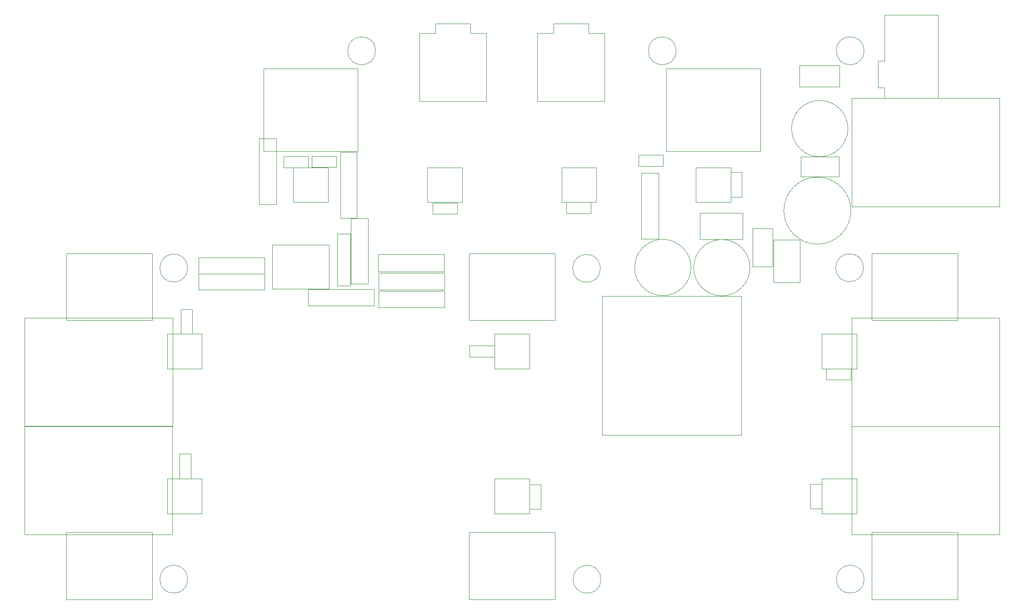
<source format=gbr>
%TF.GenerationSoftware,KiCad,Pcbnew,7.0.1.1-36-gbcf78dbe24-dirty-deb11*%
%TF.CreationDate,2023-04-04T15:18:31+00:00*%
%TF.ProjectId,pedalboard-hw,70656461-6c62-46f6-9172-642d68772e6b,1.0.2*%
%TF.SameCoordinates,Original*%
%TF.FileFunction,Other,User*%
%FSLAX46Y46*%
G04 Gerber Fmt 4.6, Leading zero omitted, Abs format (unit mm)*
G04 Created by KiCad (PCBNEW 7.0.1.1-36-gbcf78dbe24-dirty-deb11) date 2023-04-04 15:18:31*
%MOMM*%
%LPD*%
G01*
G04 APERTURE LIST*
%ADD10C,0.050000*%
G04 APERTURE END LIST*
D10*
%TO.C,H1*%
X170620000Y-121500000D02*
G75*
G03*
X170620000Y-121500000I-2600000J0D01*
G01*
%TO.C,C5*%
X147850000Y-45650000D02*
X145750000Y-45650000D01*
X145750000Y-45650000D02*
X145750000Y-50250000D01*
X147850000Y-50250000D02*
X147850000Y-45650000D01*
X145750000Y-50250000D02*
X147850000Y-50250000D01*
%TO.C,J16*%
X122250000Y-32450000D02*
X122250000Y-19750000D01*
X122250000Y-19750000D02*
X119250000Y-19750000D01*
X119250000Y-19750000D02*
X119250000Y-17950000D01*
X119250000Y-17950000D02*
X112750000Y-17950000D01*
X112750000Y-19750000D02*
X109750000Y-19750000D01*
X112750000Y-17950000D02*
X112750000Y-19750000D01*
X109750000Y-32450000D02*
X122250000Y-32450000D01*
X109750000Y-20000000D02*
X109750000Y-32450000D01*
X109750000Y-19750000D02*
X109750000Y-20000000D01*
%TO.C,H7*%
X135600000Y-23000000D02*
G75*
G03*
X135600000Y-23000000I-2600000J0D01*
G01*
%TO.C,J12*%
X41730000Y-92970000D02*
X41730000Y-113200000D01*
X41730000Y-92970000D02*
X14200000Y-92970000D01*
X14200000Y-113200000D02*
X41730000Y-113200000D01*
X14200000Y-92970000D02*
X14200000Y-113200000D01*
%TO.C,C16*%
X158850000Y-42750000D02*
X158850000Y-46450000D01*
X158850000Y-46450000D02*
X165950000Y-46450000D01*
X165950000Y-42750000D02*
X158850000Y-42750000D01*
X165950000Y-46450000D02*
X165950000Y-42750000D01*
%TO.C,J13*%
X184400000Y-31800000D02*
X184400000Y-16300000D01*
X184400000Y-16300000D02*
X174400000Y-16300000D01*
X174400000Y-31800000D02*
X184400000Y-31800000D01*
X174400000Y-29900000D02*
X174400000Y-31800000D01*
X174400000Y-16300000D02*
X174400000Y-24900000D01*
X173200000Y-29900000D02*
X174400000Y-29900000D01*
X173200000Y-29900000D02*
X173200000Y-24900000D01*
X173200000Y-24900000D02*
X174400000Y-24900000D01*
%TO.C,L5*%
X132300000Y-45770000D02*
X129100000Y-45770000D01*
X129100000Y-45770000D02*
X129100000Y-58030000D01*
X132300000Y-58030000D02*
X132300000Y-45770000D01*
X129100000Y-58030000D02*
X132300000Y-58030000D01*
%TO.C,D3*%
X114250000Y-44750000D02*
X114250000Y-51250000D01*
X114250000Y-51250000D02*
X120750000Y-51250000D01*
X120750000Y-44750000D02*
X114250000Y-44750000D01*
X120750000Y-51250000D02*
X120750000Y-44750000D01*
%TO.C,J11*%
X41765000Y-72770000D02*
X41765000Y-93000000D01*
X41765000Y-72770000D02*
X14235000Y-72770000D01*
X14235000Y-93000000D02*
X41765000Y-93000000D01*
X14235000Y-72770000D02*
X14235000Y-93000000D01*
%TO.C,PS1*%
X147750000Y-68730000D02*
X121850000Y-68730000D01*
X121850000Y-68730000D02*
X121850000Y-94630000D01*
X147750000Y-94630000D02*
X147750000Y-68730000D01*
X121850000Y-94630000D02*
X147750000Y-94630000D01*
%TO.C,J10*%
X168270000Y-113225000D02*
X168270000Y-92995000D01*
X168270000Y-113225000D02*
X195800000Y-113225000D01*
X195800000Y-92995000D02*
X168270000Y-92995000D01*
X195800000Y-113225000D02*
X195800000Y-92995000D01*
%TO.C,H5*%
X44600000Y-63500000D02*
G75*
G03*
X44600000Y-63500000I-2600000J0D01*
G01*
%TO.C,D4*%
X139250000Y-44750000D02*
X139250000Y-51250000D01*
X139250000Y-51250000D02*
X145750000Y-51250000D01*
X145750000Y-44750000D02*
X139250000Y-44750000D01*
X145750000Y-51250000D02*
X145750000Y-44750000D01*
%TO.C,C10*%
X110360000Y-103880000D02*
X108260000Y-103880000D01*
X108260000Y-103880000D02*
X108260000Y-108480000D01*
X110360000Y-108480000D02*
X110360000Y-103880000D01*
X108260000Y-108480000D02*
X110360000Y-108480000D01*
%TO.C,D7*%
X101750000Y-102750000D02*
X101750000Y-109250000D01*
X101750000Y-109250000D02*
X108250000Y-109250000D01*
X108250000Y-102750000D02*
X101750000Y-102750000D01*
X108250000Y-109250000D02*
X108250000Y-102750000D01*
%TO.C,H3*%
X121580000Y-121520000D02*
G75*
G03*
X121580000Y-121520000I-2600000J0D01*
G01*
%TO.C,C11*%
X160570000Y-108350000D02*
X162670000Y-108350000D01*
X162670000Y-108350000D02*
X162670000Y-103750000D01*
X160570000Y-103750000D02*
X160570000Y-108350000D01*
X162670000Y-103750000D02*
X160570000Y-103750000D01*
%TO.C,C9*%
X43105000Y-102750000D02*
X45205000Y-102750000D01*
X45205000Y-102750000D02*
X45205000Y-98150000D01*
X43105000Y-98150000D02*
X43105000Y-102750000D01*
X45205000Y-98150000D02*
X43105000Y-98150000D01*
%TO.C,SW2*%
X97000000Y-60750000D02*
X97000000Y-73250000D01*
X97000000Y-73250000D02*
X113000000Y-73250000D01*
X113000000Y-60750000D02*
X97000000Y-60750000D01*
X113000000Y-73250000D02*
X113000000Y-60750000D01*
%TO.C,D9*%
X40750000Y-75750000D02*
X40750000Y-82250000D01*
X40750000Y-82250000D02*
X47250000Y-82250000D01*
X47250000Y-75750000D02*
X40750000Y-75750000D01*
X47250000Y-82250000D02*
X47250000Y-75750000D01*
%TO.C,R5*%
X73075000Y-54155000D02*
X76075000Y-54155000D01*
X76075000Y-54155000D02*
X76075000Y-41895000D01*
X73075000Y-41895000D02*
X73075000Y-54155000D01*
X76075000Y-41895000D02*
X73075000Y-41895000D01*
%TO.C,U2*%
X70925000Y-67350000D02*
X70925000Y-59200000D01*
X70925000Y-59200000D02*
X60375000Y-59200000D01*
X60375000Y-67350000D02*
X70925000Y-67350000D01*
X60375000Y-59200000D02*
X60375000Y-67350000D01*
%TO.C,H6*%
X79600000Y-23000000D02*
G75*
G03*
X79600000Y-23000000I-2600000J0D01*
G01*
%TO.C,L6*%
X168150000Y-52800000D02*
G75*
G03*
X168150000Y-52800000I-6250000J0D01*
G01*
%TO.C,J3*%
X168285000Y-52030000D02*
X168285000Y-31800000D01*
X168285000Y-52030000D02*
X195815000Y-52030000D01*
X195815000Y-31800000D02*
X168285000Y-31800000D01*
X195815000Y-52030000D02*
X195815000Y-31800000D01*
%TO.C,C1*%
X62425000Y-42650000D02*
X62425000Y-44750000D01*
X62425000Y-44750000D02*
X67025000Y-44750000D01*
X67025000Y-42650000D02*
X62425000Y-42650000D01*
X67025000Y-44750000D02*
X67025000Y-42650000D01*
%TO.C,D2*%
X89250000Y-44750000D02*
X89250000Y-51250000D01*
X89250000Y-51250000D02*
X95750000Y-51250000D01*
X95750000Y-44750000D02*
X89250000Y-44750000D01*
X95750000Y-51250000D02*
X95750000Y-44750000D01*
%TO.C,SW7*%
X58750000Y-26300000D02*
X58750000Y-41700000D01*
X58750000Y-26300000D02*
X76250000Y-26300000D01*
X76250000Y-41700000D02*
X58750000Y-41700000D01*
X76250000Y-41700000D02*
X76250000Y-26300000D01*
%TO.C,C2*%
X67700000Y-42625000D02*
X67700000Y-44725000D01*
X67700000Y-44725000D02*
X72300000Y-44725000D01*
X72300000Y-42625000D02*
X67700000Y-42625000D01*
X72300000Y-44725000D02*
X72300000Y-42625000D01*
%TO.C,C8*%
X163520000Y-82250000D02*
X163520000Y-84350000D01*
X163520000Y-84350000D02*
X168120000Y-84350000D01*
X168120000Y-82250000D02*
X163520000Y-82250000D01*
X168120000Y-84350000D02*
X168120000Y-82250000D01*
%TO.C,C14*%
X149350000Y-63432323D02*
G75*
G03*
X149350000Y-63432323I-5250000J0D01*
G01*
%TO.C,R1*%
X79330000Y-70480000D02*
X79330000Y-67480000D01*
X79330000Y-67480000D02*
X67070000Y-67480000D01*
X67070000Y-70480000D02*
X79330000Y-70480000D01*
X67070000Y-67480000D02*
X67070000Y-70480000D01*
%TO.C,H2*%
X170500000Y-63450000D02*
G75*
G03*
X170500000Y-63450000I-2600000J0D01*
G01*
%TO.C,C15*%
X138350000Y-63400000D02*
G75*
G03*
X138350000Y-63400000I-5250000J0D01*
G01*
%TO.C,D1*%
X64250000Y-44750000D02*
X64250000Y-51250000D01*
X64250000Y-51250000D02*
X70750000Y-51250000D01*
X70750000Y-44750000D02*
X64250000Y-44750000D01*
X70750000Y-51250000D02*
X70750000Y-44750000D01*
%TO.C,C3*%
X90200000Y-51350000D02*
X90200000Y-53450000D01*
X90200000Y-53450000D02*
X94800000Y-53450000D01*
X94800000Y-51350000D02*
X90200000Y-51350000D01*
X94800000Y-53450000D02*
X94800000Y-51350000D01*
%TO.C,H9*%
X44600000Y-121500000D02*
G75*
G03*
X44600000Y-121500000I-2600000J0D01*
G01*
%TO.C,J9*%
X168270000Y-93010000D02*
X168270000Y-72780000D01*
X168270000Y-93010000D02*
X195800000Y-93010000D01*
X195800000Y-72780000D02*
X168270000Y-72780000D01*
X195800000Y-93010000D02*
X195800000Y-72780000D01*
%TO.C,SW1*%
X22000000Y-60750000D02*
X22000000Y-73250000D01*
X22000000Y-73250000D02*
X38000000Y-73250000D01*
X38000000Y-60750000D02*
X22000000Y-60750000D01*
X38000000Y-73250000D02*
X38000000Y-60750000D01*
%TO.C,C12*%
X128600000Y-42420000D02*
X128600000Y-44520000D01*
X128600000Y-44520000D02*
X133200000Y-44520000D01*
X133200000Y-42420000D02*
X128600000Y-42420000D01*
X133200000Y-44520000D02*
X133200000Y-42420000D01*
%TO.C,R3*%
X46645000Y-61550000D02*
X46645000Y-64550000D01*
X46645000Y-64550000D02*
X58905000Y-64550000D01*
X58905000Y-61550000D02*
X46645000Y-61550000D01*
X58905000Y-64550000D02*
X58905000Y-61550000D01*
%TO.C,C13*%
X167582323Y-37500000D02*
G75*
G03*
X167582323Y-37500000I-5250000J0D01*
G01*
%TO.C,D5*%
X162750000Y-75750000D02*
X162750000Y-82250000D01*
X162750000Y-82250000D02*
X169250000Y-82250000D01*
X169250000Y-75750000D02*
X162750000Y-75750000D01*
X169250000Y-82250000D02*
X169250000Y-75750000D01*
%TO.C,R4*%
X80140000Y-67840000D02*
X80140000Y-70840000D01*
X80140000Y-70840000D02*
X92400000Y-70840000D01*
X92400000Y-67840000D02*
X80140000Y-67840000D01*
X92400000Y-70840000D02*
X92400000Y-67840000D01*
%TO.C,D10*%
X40750000Y-102750000D02*
X40750000Y-109250000D01*
X40750000Y-109250000D02*
X47250000Y-109250000D01*
X47250000Y-102750000D02*
X40750000Y-102750000D01*
X47250000Y-109250000D02*
X47250000Y-102750000D01*
%TO.C,L1*%
X78200000Y-54220000D02*
X75000000Y-54220000D01*
X75000000Y-54220000D02*
X75000000Y-66480000D01*
X78200000Y-66480000D02*
X78200000Y-54220000D01*
X75000000Y-66480000D02*
X78200000Y-66480000D01*
%TO.C,C18*%
X148000000Y-58150000D02*
X148000000Y-53250000D01*
X148000000Y-53250000D02*
X140000000Y-53250000D01*
X140000000Y-58150000D02*
X148000000Y-58150000D01*
X140000000Y-53250000D02*
X140000000Y-58150000D01*
%TO.C,D11*%
X72450000Y-66825000D02*
X74950000Y-66825000D01*
X74950000Y-66825000D02*
X74950000Y-57105000D01*
X72450000Y-57105000D02*
X72450000Y-66825000D01*
X74950000Y-57105000D02*
X72450000Y-57105000D01*
%TO.C,C4*%
X115100000Y-51250000D02*
X115100000Y-53350000D01*
X115100000Y-53350000D02*
X119700000Y-53350000D01*
X119700000Y-51250000D02*
X115100000Y-51250000D01*
X119700000Y-53350000D02*
X119700000Y-51250000D01*
%TO.C,L2*%
X92330000Y-64175000D02*
X92330000Y-60975000D01*
X92330000Y-60975000D02*
X80070000Y-60975000D01*
X80070000Y-64175000D02*
X92330000Y-64175000D01*
X80070000Y-60975000D02*
X80070000Y-64175000D01*
%TO.C,F1*%
X166050000Y-29700000D02*
X166050000Y-25700000D01*
X166050000Y-25700000D02*
X158550000Y-25700000D01*
X158550000Y-29700000D02*
X166050000Y-29700000D01*
X158550000Y-25700000D02*
X158550000Y-29700000D01*
%TO.C,H4*%
X121500000Y-63565600D02*
G75*
G03*
X121500000Y-63565600I-2600000J0D01*
G01*
%TO.C,C17*%
X153550000Y-56150000D02*
X149850000Y-56150000D01*
X149850000Y-56150000D02*
X149850000Y-63250000D01*
X153550000Y-63250000D02*
X153550000Y-56150000D01*
X149850000Y-63250000D02*
X153550000Y-63250000D01*
%TO.C,D6*%
X162750000Y-102750000D02*
X162750000Y-109250000D01*
X162750000Y-109250000D02*
X169250000Y-109250000D01*
X169250000Y-102750000D02*
X162750000Y-102750000D01*
X169250000Y-109250000D02*
X169250000Y-102750000D01*
%TO.C,SW6*%
X172000000Y-112750000D02*
X172000000Y-125250000D01*
X172000000Y-125250000D02*
X188000000Y-125250000D01*
X188000000Y-112750000D02*
X172000000Y-112750000D01*
X188000000Y-125250000D02*
X188000000Y-112750000D01*
%TO.C,SW3*%
X172000000Y-60750000D02*
X172000000Y-73250000D01*
X172000000Y-73250000D02*
X188000000Y-73250000D01*
X188000000Y-60750000D02*
X172000000Y-60750000D01*
X188000000Y-73250000D02*
X188000000Y-60750000D01*
%TO.C,C7*%
X101720000Y-80100000D02*
X101720000Y-78000000D01*
X101720000Y-78000000D02*
X97120000Y-78000000D01*
X97120000Y-80100000D02*
X101720000Y-80100000D01*
X97120000Y-78000000D02*
X97120000Y-80100000D01*
%TO.C,SW4*%
X22000000Y-112750000D02*
X22000000Y-125250000D01*
X22000000Y-125250000D02*
X38000000Y-125250000D01*
X38000000Y-112750000D02*
X22000000Y-112750000D01*
X38000000Y-125250000D02*
X38000000Y-112750000D01*
%TO.C,H8*%
X170600000Y-23000000D02*
G75*
G03*
X170600000Y-23000000I-2600000J0D01*
G01*
%TO.C,L4*%
X92400000Y-67580000D02*
X92400000Y-64380000D01*
X92400000Y-64380000D02*
X80140000Y-64380000D01*
X80140000Y-67580000D02*
X92400000Y-67580000D01*
X80140000Y-64380000D02*
X80140000Y-67580000D01*
%TO.C,SW8*%
X133750000Y-26300000D02*
X133750000Y-41700000D01*
X133750000Y-26300000D02*
X151250000Y-26300000D01*
X151250000Y-41700000D02*
X133750000Y-41700000D01*
X151250000Y-41700000D02*
X151250000Y-26300000D01*
%TO.C,R2*%
X46645000Y-64550000D02*
X46645000Y-67550000D01*
X46645000Y-67550000D02*
X58905000Y-67550000D01*
X58905000Y-64550000D02*
X46645000Y-64550000D01*
X58905000Y-67550000D02*
X58905000Y-64550000D01*
%TO.C,SW5*%
X97000000Y-112750000D02*
X97000000Y-125250000D01*
X97000000Y-125250000D02*
X113000000Y-125250000D01*
X113000000Y-112750000D02*
X97000000Y-112750000D01*
X113000000Y-125250000D02*
X113000000Y-112750000D01*
%TO.C,C19*%
X153750000Y-66200000D02*
X158650000Y-66200000D01*
X158650000Y-66200000D02*
X158650000Y-58200000D01*
X153750000Y-58200000D02*
X153750000Y-66200000D01*
X158650000Y-58200000D02*
X153750000Y-58200000D01*
%TO.C,C6*%
X45405000Y-71150000D02*
X43305000Y-71150000D01*
X43305000Y-71150000D02*
X43305000Y-75750000D01*
X45405000Y-75750000D02*
X45405000Y-71150000D01*
X43305000Y-75750000D02*
X45405000Y-75750000D01*
%TO.C,D8*%
X101750000Y-75750000D02*
X101750000Y-82250000D01*
X101750000Y-82250000D02*
X108250000Y-82250000D01*
X108250000Y-75750000D02*
X101750000Y-75750000D01*
X108250000Y-82250000D02*
X108250000Y-75750000D01*
%TO.C,L3*%
X61100000Y-39395000D02*
X57900000Y-39395000D01*
X57900000Y-39395000D02*
X57900000Y-51655000D01*
X61100000Y-51655000D02*
X61100000Y-39395000D01*
X57900000Y-51655000D02*
X61100000Y-51655000D01*
%TO.C,J17*%
X100250000Y-32450000D02*
X100250000Y-19750000D01*
X100250000Y-19750000D02*
X97250000Y-19750000D01*
X97250000Y-19750000D02*
X97250000Y-17950000D01*
X97250000Y-17950000D02*
X90750000Y-17950000D01*
X90750000Y-19750000D02*
X87750000Y-19750000D01*
X90750000Y-17950000D02*
X90750000Y-19750000D01*
X87750000Y-32450000D02*
X100250000Y-32450000D01*
X87750000Y-20000000D02*
X87750000Y-32450000D01*
X87750000Y-19750000D02*
X87750000Y-20000000D01*
%TD*%
M02*

</source>
